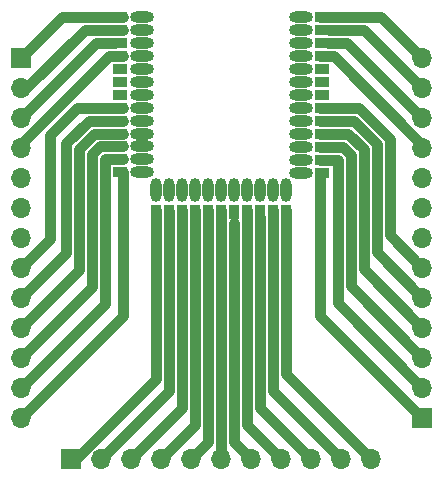
<source format=gbr>
%TF.GenerationSoftware,KiCad,Pcbnew,(6.0.4-0)*%
%TF.CreationDate,2022-07-01T21:41:05+01:00*%
%TF.ProjectId,holyiot-flexypin,686f6c79-696f-4742-9d66-6c6578797069,rev?*%
%TF.SameCoordinates,Original*%
%TF.FileFunction,Copper,L1,Top*%
%TF.FilePolarity,Positive*%
%FSLAX46Y46*%
G04 Gerber Fmt 4.6, Leading zero omitted, Abs format (unit mm)*
G04 Created by KiCad (PCBNEW (6.0.4-0)) date 2022-07-01 21:41:05*
%MOMM*%
%LPD*%
G01*
G04 APERTURE LIST*
%TA.AperFunction,ComponentPad*%
%ADD10R,1.700000X1.700000*%
%TD*%
%TA.AperFunction,ComponentPad*%
%ADD11O,1.700000X1.700000*%
%TD*%
%TA.AperFunction,ComponentPad*%
%ADD12O,2.000000X0.950000*%
%TD*%
%TA.AperFunction,ComponentPad*%
%ADD13R,1.300000X0.900000*%
%TD*%
%TA.AperFunction,ComponentPad*%
%ADD14R,0.900000X1.300000*%
%TD*%
%TA.AperFunction,ComponentPad*%
%ADD15O,0.950000X2.000000*%
%TD*%
%TA.AperFunction,Conductor*%
%ADD16C,0.900000*%
%TD*%
G04 APERTURE END LIST*
D10*
%TO.P,J6,1,Pin_1*%
%TO.N,Net-(J6-Pad1)*%
X154000000Y-99975000D03*
D11*
%TO.P,J6,2,Pin_2*%
%TO.N,Net-(J6-Pad2)*%
X154000000Y-97435000D03*
%TO.P,J6,3,Pin_3*%
%TO.N,Net-(J6-Pad3)*%
X154000000Y-94895000D03*
%TO.P,J6,4,Pin_4*%
%TO.N,Net-(J6-Pad4)*%
X154000000Y-92355000D03*
%TO.P,J6,5,Pin_5*%
%TO.N,Net-(J6-Pad5)*%
X154000000Y-89815000D03*
%TO.P,J6,6,Pin_6*%
%TO.N,Net-(J6-Pad6)*%
X154000000Y-87275000D03*
%TO.P,J6,7,Pin_7*%
%TO.N,Net-(J6-Pad7)*%
X154000000Y-84735000D03*
%TO.P,J6,8,Pin_8*%
%TO.N,Net-(J6-Pad8)*%
X154000000Y-82195000D03*
%TO.P,J6,9,Pin_9*%
%TO.N,Net-(J6-Pad9)*%
X154000000Y-79655000D03*
%TO.P,J6,10,Pin_10*%
%TO.N,Net-(J6-Pad10)*%
X154000000Y-77115000D03*
%TO.P,J6,11,Pin_11*%
%TO.N,Net-(J6-Pad11)*%
X154000000Y-74575000D03*
%TO.P,J6,12,Pin_12*%
%TO.N,Net-(J6-Pad12)*%
X154000000Y-72035000D03*
%TO.P,J6,13,Pin_13*%
%TO.N,Net-(J6-Pad13)*%
X154000000Y-69495000D03*
%TD*%
D12*
%TO.P,J5,*%
%TO.N,*%
X143700000Y-66050000D03*
D13*
%TO.P,J5,13,Pin_13*%
%TO.N,Net-(J6-Pad13)*%
X145550000Y-66050000D03*
D12*
%TO.P,J5,*%
%TO.N,*%
X143700000Y-67150000D03*
D13*
%TO.P,J5,12,Pin_12*%
%TO.N,Net-(J6-Pad12)*%
X145550000Y-67150000D03*
D12*
%TO.P,J5,*%
%TO.N,*%
X143700000Y-68250000D03*
D13*
%TO.P,J5,11,Pin_11*%
%TO.N,Net-(J6-Pad11)*%
X145550000Y-68250000D03*
D12*
%TO.P,J5,*%
%TO.N,*%
X143700000Y-69350000D03*
D13*
%TO.P,J5,10,Pin_10*%
%TO.N,Net-(J6-Pad10)*%
X145550000Y-69350000D03*
D12*
%TO.P,J5,*%
%TO.N,*%
X143700000Y-70450000D03*
D13*
%TO.P,J5,9,Pin_9*%
%TO.N,Net-(J6-Pad9)*%
X145550000Y-70450000D03*
D12*
%TO.P,J5,*%
%TO.N,*%
X143700000Y-71550000D03*
D13*
%TO.P,J5,8,Pin_8*%
%TO.N,Net-(J6-Pad8)*%
X145550000Y-71550000D03*
D12*
%TO.P,J5,*%
%TO.N,*%
X143700000Y-72650000D03*
D13*
%TO.P,J5,7,Pin_7*%
%TO.N,Net-(J6-Pad7)*%
X145550000Y-72650000D03*
D12*
%TO.P,J5,*%
%TO.N,*%
X143700000Y-73750000D03*
D13*
%TO.P,J5,6,Pin_6*%
%TO.N,Net-(J6-Pad6)*%
X145550000Y-73750000D03*
D12*
%TO.P,J5,*%
%TO.N,*%
X143700000Y-74850000D03*
D13*
%TO.P,J5,5,Pin_5*%
%TO.N,Net-(J6-Pad5)*%
X145550000Y-74850000D03*
D12*
%TO.P,J5,*%
%TO.N,*%
X143700000Y-75950000D03*
D13*
%TO.P,J5,4,Pin_4*%
%TO.N,Net-(J6-Pad4)*%
X145550000Y-75950000D03*
D12*
%TO.P,J5,*%
%TO.N,*%
X143700000Y-77050000D03*
D13*
%TO.P,J5,3,Pin_3*%
%TO.N,Net-(J6-Pad3)*%
X145550000Y-77050000D03*
D12*
%TO.P,J5,*%
%TO.N,*%
X143700000Y-78150000D03*
D13*
%TO.P,J5,2,Pin_2*%
%TO.N,Net-(J6-Pad2)*%
X145550000Y-78150000D03*
D12*
%TO.P,J5,*%
%TO.N,*%
X143700000Y-79250000D03*
D13*
%TO.P,J5,1,Pin_1*%
%TO.N,Net-(J6-Pad1)*%
X145550000Y-79250000D03*
%TD*%
D10*
%TO.P,J4,1,Pin_1*%
%TO.N,Net-(J3-Pad1)*%
X124300000Y-103500000D03*
D11*
%TO.P,J4,2,Pin_2*%
%TO.N,Net-(J3-Pad2)*%
X126840000Y-103500000D03*
%TO.P,J4,3,Pin_3*%
%TO.N,Net-(J3-Pad3)*%
X129380000Y-103500000D03*
%TO.P,J4,4,Pin_4*%
%TO.N,Net-(J3-Pad4)*%
X131920000Y-103500000D03*
%TO.P,J4,5,Pin_5*%
%TO.N,Net-(J3-Pad5)*%
X134460000Y-103500000D03*
%TO.P,J4,6,Pin_6*%
%TO.N,Net-(J3-Pad6)*%
X137000000Y-103500000D03*
%TO.P,J4,7,Pin_7*%
%TO.N,Net-(J3-Pad7)*%
X139540000Y-103500000D03*
%TO.P,J4,8,Pin_8*%
%TO.N,Net-(J3-Pad8)*%
X142080000Y-103500000D03*
%TO.P,J4,9,Pin_9*%
%TO.N,Net-(J3-Pad9)*%
X144620000Y-103500000D03*
%TO.P,J4,10,Pin_10*%
%TO.N,Net-(J3-Pad10)*%
X147160000Y-103500000D03*
%TO.P,J4,11,Pin_11*%
%TO.N,Net-(J3-Pad11)*%
X149700000Y-103500000D03*
%TD*%
D14*
%TO.P,J3,1,Pin_1*%
%TO.N,Net-(J3-Pad1)*%
X131500000Y-82550000D03*
D15*
%TO.P,J3,*%
%TO.N,*%
X131500000Y-80700000D03*
D14*
%TO.P,J3,2,Pin_2*%
%TO.N,Net-(J3-Pad2)*%
X132600000Y-82550000D03*
D15*
%TO.P,J3,*%
%TO.N,*%
X132600000Y-80700000D03*
D14*
%TO.P,J3,3,Pin_3*%
%TO.N,Net-(J3-Pad3)*%
X133700000Y-82550000D03*
D15*
%TO.P,J3,*%
%TO.N,*%
X133700000Y-80700000D03*
D14*
%TO.P,J3,4,Pin_4*%
%TO.N,Net-(J3-Pad4)*%
X134800000Y-82550000D03*
D15*
%TO.P,J3,*%
%TO.N,*%
X134800000Y-80700000D03*
D14*
%TO.P,J3,5,Pin_5*%
%TO.N,Net-(J3-Pad5)*%
X135900000Y-82550000D03*
D15*
%TO.P,J3,*%
%TO.N,*%
X135900000Y-80700000D03*
D14*
%TO.P,J3,6,Pin_6*%
%TO.N,Net-(J3-Pad6)*%
X137000000Y-82550000D03*
D15*
%TO.P,J3,*%
%TO.N,*%
X137000000Y-80700000D03*
D14*
%TO.P,J3,7,Pin_7*%
%TO.N,Net-(J3-Pad7)*%
X138100000Y-82550000D03*
D15*
%TO.P,J3,*%
%TO.N,*%
X138100000Y-80700000D03*
D14*
%TO.P,J3,8,Pin_8*%
%TO.N,Net-(J3-Pad8)*%
X139200000Y-82550000D03*
D15*
%TO.P,J3,*%
%TO.N,*%
X139200000Y-80700000D03*
D14*
%TO.P,J3,9,Pin_9*%
%TO.N,Net-(J3-Pad9)*%
X140300000Y-82550000D03*
D15*
%TO.P,J3,*%
%TO.N,*%
X140300000Y-80700000D03*
D14*
%TO.P,J3,10,Pin_10*%
%TO.N,Net-(J3-Pad10)*%
X141400000Y-82550000D03*
D15*
%TO.P,J3,*%
%TO.N,*%
X141400000Y-80700000D03*
D14*
%TO.P,J3,11,Pin_11*%
%TO.N,Net-(J3-Pad11)*%
X142500000Y-82550000D03*
D15*
%TO.P,J3,*%
%TO.N,*%
X142500000Y-80700000D03*
%TD*%
D10*
%TO.P, ,1,Pin_1*%
%TO.N,Net-(J1-Pad1)*%
X120000000Y-69525000D03*
D11*
%TO.P, ,2,Pin_2*%
%TO.N,Net-(J1-Pad2)*%
X120000000Y-72065000D03*
%TO.P, ,3,Pin_3*%
%TO.N,Net-(J1-Pad3)*%
X120000000Y-74605000D03*
%TO.P, ,4,Pin_4*%
%TO.N,Net-(J1-Pad4)*%
X120000000Y-77145000D03*
%TO.P, ,5,Pin_5*%
%TO.N,Net-(J1-Pad5)*%
X120000000Y-79685000D03*
%TO.P, ,6,Pin_6*%
%TO.N,Net-(J1-Pad6)*%
X120000000Y-82225000D03*
%TO.P, ,7,Pin_7*%
%TO.N,Net-(J1-Pad7)*%
X120000000Y-84765000D03*
%TO.P, ,8,Pin_8*%
%TO.N,Net-(J1-Pad8)*%
X120000000Y-87305000D03*
%TO.P, ,9,Pin_9*%
%TO.N,Net-(J1-Pad9)*%
X120000000Y-89845000D03*
%TO.P, ,10,Pin_10*%
%TO.N,Net-(J1-Pad10)*%
X120000000Y-92385000D03*
%TO.P, ,11,Pin_11*%
%TO.N,Net-(J1-Pad11)*%
X120000000Y-94925000D03*
%TO.P, ,12,Pin_12*%
%TO.N,Net-(J1-Pad12)*%
X120000000Y-97465000D03*
%TO.P, ,13,Pin_13*%
%TO.N,Net-(J1-Pad13)*%
X120000000Y-100005000D03*
%TD*%
D13*
%TO.P,J1,1,Pin_1*%
%TO.N,Net-(J1-Pad1)*%
X128450000Y-66000000D03*
D12*
%TO.P,J1,*%
%TO.N,*%
X130300000Y-66000000D03*
D13*
%TO.P,J1,2,Pin_2*%
%TO.N,Net-(J1-Pad2)*%
X128450000Y-67100000D03*
D12*
%TO.P,J1,*%
%TO.N,*%
X130300000Y-67100000D03*
D13*
%TO.P,J1,3,Pin_3*%
%TO.N,Net-(J1-Pad3)*%
X128450000Y-68200000D03*
D12*
%TO.P,J1,*%
%TO.N,*%
X130300000Y-68200000D03*
D13*
%TO.P,J1,4,Pin_4*%
%TO.N,Net-(J1-Pad4)*%
X128450000Y-69300000D03*
D12*
%TO.P,J1,*%
%TO.N,*%
X130300000Y-69300000D03*
D13*
%TO.P,J1,5,Pin_5*%
%TO.N,Net-(J1-Pad5)*%
X128450000Y-70400000D03*
D12*
%TO.P,J1,*%
%TO.N,*%
X130300000Y-70400000D03*
D13*
%TO.P,J1,6,Pin_6*%
%TO.N,Net-(J1-Pad6)*%
X128450000Y-71500000D03*
D12*
%TO.P,J1,*%
%TO.N,*%
X130300000Y-71500000D03*
D13*
%TO.P,J1,7,Pin_7*%
%TO.N,Net-(J1-Pad7)*%
X128450000Y-72600000D03*
D12*
%TO.P,J1,*%
%TO.N,*%
X130300000Y-72600000D03*
D13*
%TO.P,J1,8,Pin_8*%
%TO.N,Net-(J1-Pad8)*%
X128450000Y-73700000D03*
D12*
%TO.P,J1,*%
%TO.N,*%
X130300000Y-73700000D03*
D13*
%TO.P,J1,9,Pin_9*%
%TO.N,Net-(J1-Pad9)*%
X128450000Y-74800000D03*
D12*
%TO.P,J1,*%
%TO.N,*%
X130300000Y-74800000D03*
D13*
%TO.P,J1,10,Pin_10*%
%TO.N,Net-(J1-Pad10)*%
X128450000Y-75900000D03*
D12*
%TO.P,J1,*%
%TO.N,*%
X130300000Y-75900000D03*
D13*
%TO.P,J1,11,Pin_11*%
%TO.N,Net-(J1-Pad11)*%
X128450000Y-77000000D03*
D12*
%TO.P,J1,*%
%TO.N,*%
X130300000Y-77000000D03*
D13*
%TO.P,J1,12,Pin_12*%
%TO.N,Net-(J1-Pad12)*%
X128450000Y-78100000D03*
D12*
%TO.P,J1,*%
%TO.N,*%
X130300000Y-78100000D03*
D13*
%TO.P,J1,13,Pin_13*%
%TO.N,Net-(J1-Pad13)*%
X128450000Y-79200000D03*
D12*
%TO.P,J1,*%
%TO.N,*%
X130300000Y-79200000D03*
%TD*%
D16*
%TO.N,Net-(J6-Pad6)*%
X154000000Y-87275000D02*
X151247591Y-84522591D01*
X151247591Y-84522591D02*
X151247591Y-76328745D01*
X151247591Y-76328745D02*
X148668846Y-73750000D01*
X148668846Y-73750000D02*
X145349520Y-73750000D01*
%TO.N,Net-(J1-Pad8)*%
X122500000Y-84805000D02*
X122500000Y-76000000D01*
X120000000Y-87305000D02*
X122500000Y-84805000D01*
X124800000Y-73700000D02*
X128650480Y-73700000D01*
X122500000Y-76000000D02*
X124800000Y-73700000D01*
%TO.N,Net-(J6-Pad5)*%
X154000000Y-89815000D02*
X150148071Y-85963071D01*
X150148071Y-85963071D02*
X150148071Y-76784181D01*
X150148071Y-76784181D02*
X148213890Y-74850000D01*
X148213890Y-74850000D02*
X145349520Y-74850000D01*
%TO.N,Net-(J1-Pad9)*%
X120000000Y-89845000D02*
X123851929Y-85993071D01*
X123851929Y-76734181D02*
X125786110Y-74800000D01*
X123851929Y-85993071D02*
X123851929Y-76734181D01*
X125786110Y-74800000D02*
X128650480Y-74800000D01*
%TO.N,Net-(J6-Pad4)*%
X154000000Y-92355000D02*
X149048551Y-87403551D01*
X149048551Y-87403551D02*
X149048551Y-77239617D01*
X149048551Y-77239617D02*
X147758934Y-75950000D01*
X147758934Y-75950000D02*
X145349520Y-75950000D01*
%TO.N,Net-(J1-Pad10)*%
X120000000Y-92385000D02*
X124951449Y-87433551D01*
X126241066Y-75900000D02*
X128650480Y-75900000D01*
X124951449Y-87433551D02*
X124951449Y-77189617D01*
X124951449Y-77189617D02*
X126241066Y-75900000D01*
%TO.N,Net-(J6-Pad3)*%
X154000000Y-94895000D02*
X147949031Y-88844031D01*
X147949031Y-88844031D02*
X147949031Y-77695053D01*
X147949031Y-77695053D02*
X147303978Y-77050000D01*
X147303978Y-77050000D02*
X145349520Y-77050000D01*
%TO.N,Net-(J1-Pad11)*%
X120000000Y-94925000D02*
X126050969Y-88874031D01*
X126696022Y-77000000D02*
X128650480Y-77000000D01*
X126050969Y-88874031D02*
X126050969Y-77645053D01*
X126050969Y-77645053D02*
X126696022Y-77000000D01*
%TO.N,Net-(J1-Pad12)*%
X120000000Y-97465000D02*
X127150489Y-90314511D01*
X127150489Y-90314511D02*
X127150489Y-78100489D01*
X127150489Y-78100489D02*
X127150978Y-78100000D01*
X127150978Y-78100000D02*
X128650480Y-78100000D01*
%TO.N,Net-(J6-Pad2)*%
X154000000Y-97435000D02*
X146849511Y-90284511D01*
X146849511Y-90284511D02*
X146849511Y-78150489D01*
X146849511Y-78150489D02*
X146849022Y-78150000D01*
X146849022Y-78150000D02*
X145349520Y-78150000D01*
%TO.N,Net-(J6-Pad1)*%
X154000000Y-99975000D02*
X145349520Y-91324520D01*
X145349520Y-91324520D02*
X145349520Y-79250000D01*
%TO.N,Net-(J1-Pad13)*%
X120000000Y-100005000D02*
X128650480Y-91354520D01*
X128650480Y-91354520D02*
X128650480Y-79200000D01*
%TO.N,Net-(J3-Pad11)*%
X149700000Y-103500000D02*
X142500000Y-96300000D01*
X142500000Y-96300000D02*
X142500000Y-82349520D01*
%TO.N,Net-(J3-Pad1)*%
X124300000Y-103500000D02*
X124719370Y-103500000D01*
X124719370Y-103500000D02*
X131500000Y-96719370D01*
X131500000Y-96719370D02*
X131500000Y-82349520D01*
%TO.N,Net-(J3-Pad10)*%
X147160000Y-103500000D02*
X141400000Y-97740000D01*
X141400000Y-97740000D02*
X141400000Y-82349520D01*
%TO.N,Net-(J3-Pad2)*%
X126840000Y-103500000D02*
X132600480Y-97739520D01*
X132600480Y-82500000D02*
X132600480Y-90000000D01*
X132600480Y-97739520D02*
X132600480Y-82500000D01*
%TO.N,Net-(J3-Pad9)*%
X144620000Y-103500000D02*
X140300489Y-99180489D01*
X140300489Y-99180489D02*
X140300489Y-83000000D01*
%TO.N,Net-(J3-Pad3)*%
X129380000Y-103500000D02*
X133700000Y-99180000D01*
X133700000Y-99180000D02*
X133700000Y-82349520D01*
%TO.N,Net-(J3-Pad8)*%
X142080000Y-103500000D02*
X139200000Y-100620000D01*
X139200000Y-100620000D02*
X139200000Y-82349520D01*
%TO.N,Net-(J3-Pad4)*%
X131920000Y-103500000D02*
X134800000Y-100620000D01*
X134800000Y-100620000D02*
X134800000Y-82349520D01*
%TO.N,Net-(J3-Pad5)*%
X134460000Y-103500000D02*
X135900480Y-102059520D01*
X135900480Y-102059520D02*
X135900480Y-82349520D01*
X135900480Y-82349520D02*
X135900000Y-82349520D01*
%TO.N,Net-(J3-Pad7)*%
X139540000Y-103500000D02*
X138099520Y-102059520D01*
X138099520Y-102059520D02*
X138099520Y-83500000D01*
%TO.N,Net-(J3-Pad6)*%
X137000000Y-103500000D02*
X137000000Y-82349520D01*
%TO.N,Net-(J6-Pad10)*%
X146499991Y-69350000D02*
X145349520Y-69350000D01*
X154000000Y-76850009D02*
X146499991Y-69350000D01*
X154000000Y-77115000D02*
X154000000Y-76850009D01*
%TO.N,Net-(J6-Pad11)*%
X154000000Y-74575000D02*
X147675489Y-68250489D01*
X147675489Y-68250489D02*
X146000000Y-68250489D01*
%TO.N,Net-(J6-Pad12)*%
X154000000Y-72035000D02*
X149114520Y-67149520D01*
X149114520Y-67149520D02*
X146149520Y-67149520D01*
%TO.N,Net-(J6-Pad13)*%
X154000000Y-69495000D02*
X150555000Y-66050000D01*
X150555000Y-66050000D02*
X145349520Y-66050000D01*
%TO.N,Net-(J1-Pad4)*%
X120000000Y-77145000D02*
X120000000Y-76800009D01*
X120000000Y-76800009D02*
X127500009Y-69300000D01*
X127500009Y-69300000D02*
X128650480Y-69300000D01*
%TO.N,Net-(J1-Pad3)*%
X120000000Y-74605000D02*
X126404511Y-68200489D01*
X126404511Y-68200489D02*
X128000000Y-68200489D01*
%TO.N,Net-(J1-Pad2)*%
X120000000Y-72065000D02*
X120459022Y-72065000D01*
X120459022Y-72065000D02*
X125424022Y-67100000D01*
X125424022Y-67100000D02*
X128650480Y-67100000D01*
%TO.N,Net-(J1-Pad1)*%
X120000000Y-69525000D02*
X123525000Y-66000000D01*
X123525000Y-66000000D02*
X128650480Y-66000000D01*
%TD*%
M02*

</source>
